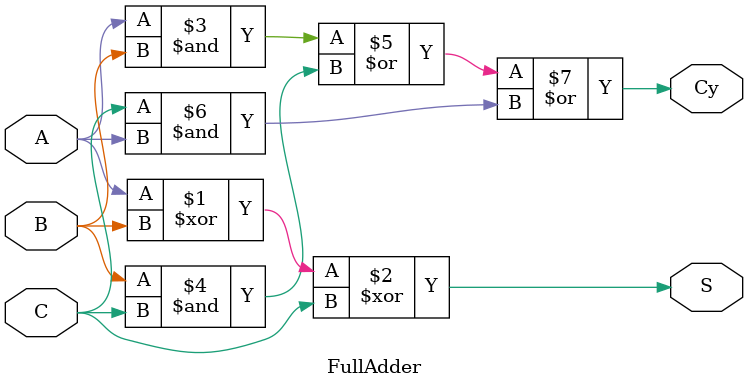
<source format=v>
module FullAdder (S, Cy, A, B, C);
	input A, B, C;
	output S, Cy;
	assign S = A ^ B ^ C;
	assign Cy = (A & B) | (B & C) | (C & A);
endmodule 
</source>
